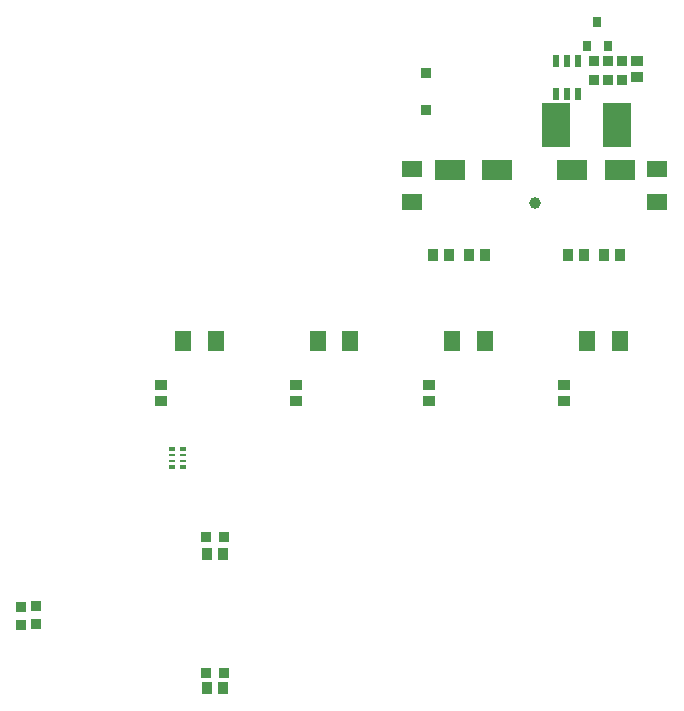
<source format=gbp>
G04*
G04 #@! TF.GenerationSoftware,Altium Limited,Altium Designer,19.1.9 (167)*
G04*
G04 Layer_Color=128*
%FSLAX25Y25*%
%MOIN*%
G70*
G01*
G75*
%ADD23R,0.03543X0.03937*%
%ADD24R,0.03937X0.03543*%
%ADD27R,0.03347X0.03347*%
%ADD28R,0.03347X0.03347*%
%ADD44R,0.03150X0.03543*%
%ADD45C,0.03937*%
%ADD110R,0.09646X0.14567*%
%ADD111R,0.02362X0.03937*%
%ADD112R,0.05512X0.07087*%
%ADD113R,0.07087X0.05512*%
%ADD114R,0.09843X0.06693*%
%ADD115R,0.01968X0.00984*%
%ADD116R,0.01968X0.01378*%
%ADD117R,0.03740X0.03543*%
D23*
X203737Y182035D02*
D03*
X209052D02*
D03*
X152168Y182041D02*
D03*
X146853D02*
D03*
X76772Y82677D02*
D03*
X71457D02*
D03*
X76772Y37795D02*
D03*
X71457D02*
D03*
X164086Y182035D02*
D03*
X158772D02*
D03*
X197247D02*
D03*
X191932D02*
D03*
D24*
X190554Y138779D02*
D03*
Y133465D02*
D03*
X145672Y138779D02*
D03*
Y133465D02*
D03*
X101088Y138841D02*
D03*
Y133526D02*
D03*
X56153Y138908D02*
D03*
Y133593D02*
D03*
X214764Y241398D02*
D03*
Y246713D02*
D03*
D27*
X71063Y88189D02*
D03*
X77165D02*
D03*
X77253Y43012D02*
D03*
X71150D02*
D03*
D28*
X200394Y240611D02*
D03*
Y246713D02*
D03*
X209802Y240611D02*
D03*
Y246713D02*
D03*
X205118Y246713D02*
D03*
Y240611D02*
D03*
X14567Y65157D02*
D03*
Y59055D02*
D03*
X9625Y58858D02*
D03*
Y64961D02*
D03*
D44*
X205118Y251871D02*
D03*
X198031D02*
D03*
X201575Y259745D02*
D03*
D45*
X180709Y199606D02*
D03*
D110*
X208169Y225590D02*
D03*
X187894D02*
D03*
D111*
X187795Y235965D02*
D03*
X191535D02*
D03*
X195276D02*
D03*
Y246713D02*
D03*
X191535D02*
D03*
X187795D02*
D03*
D112*
X198231Y153543D02*
D03*
X209058D02*
D03*
X153349D02*
D03*
X164176D02*
D03*
X108467D02*
D03*
X119294D02*
D03*
X74412D02*
D03*
X63586D02*
D03*
D113*
X139764Y199908D02*
D03*
Y210735D02*
D03*
X221654Y200001D02*
D03*
Y210828D02*
D03*
D114*
X168110Y210630D02*
D03*
X152362D02*
D03*
X209055D02*
D03*
X193307D02*
D03*
D115*
X63681Y115506D02*
D03*
Y113537D02*
D03*
X59744Y115506D02*
D03*
Y113537D02*
D03*
D116*
X63681Y117671D02*
D03*
X59744D02*
D03*
X63681Y111372D02*
D03*
X59744D02*
D03*
D117*
X144403Y242873D02*
D03*
Y230432D02*
D03*
M02*

</source>
